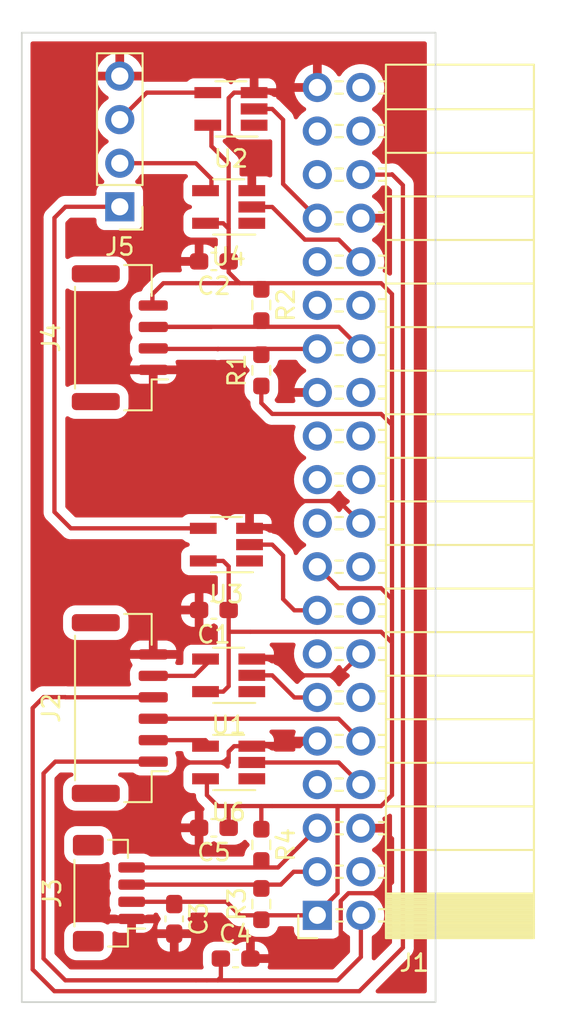
<source format=kicad_pcb>
(kicad_pcb (version 20211014) (generator pcbnew)
  (layers (0 "F.Cu" signal) (31 "B.Cu" signal) (34 "B.Paste" user) (35 "F.Paste" user) (36 "B.SilkS" user "B.Silkscreen") (37 "F.SilkS" user "F.Silkscreen") (38 "B.Mask" user) (39 "F.Mask" user) (44 "Edge.Cuts" user))
  (net 0 "")
  (net 1 "+3V3")
  (net 2 "GND")
  (net 3 "+5V")
  (net 4 "/I2C1_SDA")
  (net 5 "/I2C1_SCL")
  (net 7 "/UART1_TX")
  (net 8 "/UART1_RX")
  (net 9 "/UART1_RTS")
  (net 12 "/GPIO12")
  (net 20 "/I2C0_SDA")
  (net 21 "/I2C0_SCL")
  (net 24 "/GPIO07")
  (net 25 "/GPIO13")
  (net 27 "/UART1_CTS")
  (net 31 "Net-(J2-Pad5)")
  (net 33 "Net-(J5-Pad3)")
  (net 34 "Net-(J5-Pad2)")
  (net 35 "Net-(J5-Pad1)")
  (net 37 "Net-(U6-Pad4)")
  (footprint "Connector_JST:JST_GH_BM04B-GHS-TBT_1x04-1MP_P1.25mm_Vertical" (layer "F.Cu") (at 120.65 88.265 90)
    (fp_text reference "J4" (at 0 -4 90) (layer "F.SilkS"))
    (fp_text value "Conn_01x04")
    (fp_line (start 4.235 1.86) (end 2.435 1.86) (layer "F.SilkS") (width 0.12))
    (fp_line (start -4.235 1.86) (end -2.435 1.86) (layer "F.SilkS") (width 0.12))
    (fp_line (start -2.435 1.86) (end -2.435 2.8) (layer "F.SilkS") (width 0.12))
    (fp_line (start -2.965 -2.61) (end 2.965 -2.61) (layer "F.SilkS") (width 0.12))
    (fp_line (start -4.235 0.26) (end -4.235 1.86) (layer "F.SilkS") (width 0.12))
    (fp_line (start 4.235 0.26) (end 4.235 1.86) (layer "F.SilkS") (width 0.12))
    (pad "1" smd roundrect (at -1.875 1.95 90) (size 0.6 1.7) (layers "F.Cu" "F.Paste" "F.Mask") (net 2 "GND"))
    (pad "2" smd roundrect (at -0.625 1.95 90) (size 0.6 1.7) (layers "F.Cu" "F.Paste" "F.Mask") (net 20 "/I2C0_SDA"))
    (pad "3" smd roundrect (at 0.625 1.95 90) (size 0.6 1.7) (layers "F.Cu" "F.Paste" "F.Mask") (net 21 "/I2C0_SCL"))
    (pad "4" smd roundrect (at 1.875 1.95 90) (size 0.6 1.7) (layers "F.Cu" "F.Paste" "F.Mask") (net 1 "+3V3"))
    (pad "MP" smd roundrect (at 3.725 -1.4 90) (size 1 2.8) (layers "F.Cu" "F.Paste" "F.Mask"))
    (pad "MP" smd roundrect (at -3.725 -1.4 90) (size 1 2.8) (layers "F.Cu" "F.Paste" "F.Mask"))
  )
  (footprint "Connector_PinHeader_2.54mm:PinHeader_1x04_P2.54mm_Vertical" (layer "F.Cu") (at 120.65 80.635 180)
    (fp_text reference "J5" (at 0 -2.33) (layer "F.SilkS"))
    (fp_text value "Conn_01x04_Male")
    (fp_line (start -1.33 1.27) (end -1.33 8.95) (layer "F.SilkS") (width 0.12))
    (fp_line (start -1.33 0) (end -1.33 -1.33) (layer "F.SilkS") (width 0.12))
    (fp_line (start -1.33 8.95) (end 1.33 8.95) (layer "F.SilkS") (width 0.12))
    (fp_line (start 1.33 1.27) (end 1.33 8.95) (layer "F.SilkS") (width 0.12))
    (fp_line (start -1.33 1.27) (end 1.33 1.27) (layer "F.SilkS") (width 0.12))
    (fp_line (start -1.33 -1.33) (end 0 -1.33) (layer "F.SilkS") (width 0.12))
    (pad "1" thru_hole rect (at 0 0 180) (size 1.7 1.7) (drill 1) (layers *.Cu *.Mask) (net 35 "Net-(J5-Pad1)"))
    (pad "2" thru_hole oval (at 0 2.54 180) (size 1.7 1.7) (drill 1) (layers *.Cu *.Mask) (net 34 "Net-(J5-Pad2)"))
    (pad "3" thru_hole oval (at 0 5.08 180) (size 1.7 1.7) (drill 1) (layers *.Cu *.Mask) (net 33 "Net-(J5-Pad3)"))
    (pad "4" thru_hole oval (at 0 7.62 180) (size 1.7 1.7) (drill 1) (layers *.Cu *.Mask) (net 2 "GND"))
  )
  (footprint "Resistor_SMD:R_0603_1608Metric_Pad0.98x0.95mm_HandSolder" (layer "F.Cu") (at 128.905 117.8325 -90)
    (fp_text reference "R4" (at 0 -1.43 90) (layer "F.SilkS"))
    (fp_text value "4.7k")
    (fp_line (start -0.254724 0.5225) (end 0.254724 0.5225) (layer "F.SilkS") (width 0.12))
    (fp_line (start -0.254724 -0.5225) (end 0.254724 -0.5225) (layer "F.SilkS") (width 0.12))
    (pad "1" smd roundrect (at -0.9125 0 270) (size 0.975 0.95) (layers "F.Cu" "F.Paste" "F.Mask") (net 1 "+3V3"))
    (pad "2" smd roundrect (at 0.9125 0 270) (size 0.975 0.95) (layers "F.Cu" "F.Paste" "F.Mask") (net 5 "/I2C1_SCL"))
  )
  (footprint "Capacitor_SMD:C_0603_1608Metric_Pad1.08x0.95mm_HandSolder" (layer "F.Cu") (at 123.825 122.1475 -90)
    (fp_text reference "C3" (at 0 -1.43 90) (layer "F.SilkS"))
    (fp_text value "100n")
    (fp_line (start -0.146267 -0.51) (end 0.146267 -0.51) (layer "F.SilkS") (width 0.12))
    (fp_line (start -0.146267 0.51) (end 0.146267 0.51) (layer "F.SilkS") (width 0.12))
    (pad "1" smd roundrect (at -0.8625 0 270) (size 1.075 0.95) (layers "F.Cu" "F.Paste" "F.Mask") (net 1 "+3V3"))
    (pad "2" smd roundrect (at 0.8625 0 270) (size 1.075 0.95) (layers "F.Cu" "F.Paste" "F.Mask") (net 2 "GND"))
  )
  (footprint "Package_TO_SOT_SMD:SOT-23-5_HandSoldering" (layer "F.Cu") (at 127.1325 74.93 180)
    (fp_text reference "U2" (at 0 -2.9 180) (layer "F.SilkS"))
    (fp_text value "74LVC1G17")
    (fp_line (start 0.9 -1.61) (end -1.55 -1.61) (layer "F.SilkS") (width 0.12))
    (fp_line (start -0.9 1.61) (end 0.9 1.61) (layer "F.SilkS") (width 0.12))
    (pad "1" smd rect (at -1.35 -0.95 180) (size 1.56 0.65) (layers "F.Cu" "F.Paste" "F.Mask"))
    (pad "2" smd rect (at -1.35 0 180) (size 1.56 0.65) (layers "F.Cu" "F.Paste" "F.Mask") (net 25 "/GPIO13"))
    (pad "3" smd rect (at -1.35 0.95 180) (size 1.56 0.65) (layers "F.Cu" "F.Paste" "F.Mask") (net 2 "GND"))
    (pad "4" smd rect (at 1.35 0.95 180) (size 1.56 0.65) (layers "F.Cu" "F.Paste" "F.Mask") (net 33 "Net-(J5-Pad3)"))
    (pad "5" smd rect (at 1.35 -0.95 180) (size 1.56 0.65) (layers "F.Cu" "F.Paste" "F.Mask") (net 1 "+3V3"))
  )
  (footprint "Connector_PinSocket_2.54mm:PinSocket_2x20_P2.54mm_Horizontal" (layer "F.Cu") (at 132.17 121.94 180)
    (fp_text reference "J1" (at -5.65 -2.77 180) (layer "F.SilkS"))
    (fp_text value "Conn_02x20_Odd_Even")
    (fp_line (start -4 15.6) (end -3.59 15.6) (layer "F.SilkS") (width 0.12))
    (fp_line (start -12.63 1.27) (end -4 1.27) (layer "F.SilkS") (width 0.12))
    (fp_line (start -1.49 45.36) (end -1.05 45.36) (layer "F.SilkS") (width 0.12))
    (fp_line (start -4 18.14) (end -3.59 18.14) (layer "F.SilkS") (width 0.12))
    (fp_line (start -4 23.22) (end -3.59 23.22) (layer "F.SilkS") (width 0.12))
    (fp_line (start -12.63 -0.73762) (end -4 -0.73762) (layer "F.SilkS") (width 0.12))
    (fp_line (start -12.63 24.13) (end -4 24.13) (layer "F.SilkS") (width 0.12))
    (fp_line (start -12.63 36.83) (end -4 36.83) (layer "F.SilkS") (width 0.12))
    (fp_line (start -4 5.44) (end -3.59 5.44) (layer "F.SilkS") (width 0.12))
    (fp_line (start -4 48.62) (end -3.59 48.62) (layer "F.SilkS") (width 0.12))
    (fp_line (start -1.49 25.76) (end -1.05 25.76) (layer "F.SilkS") (width 0.12))
    (fp_line (start -12.63 -0.619525) (end -4 -0.619525) (layer "F.SilkS") (width 0.12))
    (fp_line (start -1.49 22.5) (end -1.05 22.5) (layer "F.SilkS") (width 0.12))
    (fp_line (start -1.49 38.46) (end -1.05 38.46) (layer "F.SilkS") (width 0.12))
    (fp_line (start -4 9.8) (end -3.59 9.8) (layer "F.SilkS") (width 0.12))
    (fp_line (start -4 14.88) (end -3.59 14.88) (layer "F.SilkS") (width 0.12))
    (fp_line (start -4 22.5) (end -3.59 22.5) (layer "F.SilkS") (width 0.12))
    (fp_line (start -12.63 3.81) (end -4 3.81) (layer "F.SilkS") (width 0.12))
    (fp_line (start -1.49 2.9) (end -1.05 2.9) (layer "F.SilkS") (width 0.12))
    (fp_line (start -4 43.54) (end -3.59 43.54) (layer "F.SilkS") (width 0.12))
    (fp_line (start -12.63 0.44333) (end -4 0.44333) (layer "F.SilkS") (width 0.12))
    (fp_line (start -1.49 30.84) (end -1.05 30.84) (layer "F.SilkS") (width 0.12))
    (fp_line (start -12.63 -1.33) (end -4 -1.33) (layer "F.SilkS") (width 0.12))
    (fp_line (start -1.49 4.72) (end -1.05 4.72) (layer "F.SilkS") (width 0.12))
    (fp_line (start -4 2.18) (end -3.59 2.18) (layer "F.SilkS") (width 0.12))
    (fp_line (start -1.49 9.8) (end -1.05 9.8) (layer "F.SilkS") (width 0.12))
    (fp_line (start -1.49 30.12) (end -1.05 30.12) (layer "F.SilkS") (width 0.12))
    (fp_line (start -1.49 7.26) (end -1.05 7.26) (layer "F.SilkS") (width 0.12))
    (fp_line (start -12.63 -0.383335) (end -4 -0.383335) (layer "F.SilkS") (width 0.12))
    (fp_line (start -12.63 26.67) (end -4 26.67) (layer "F.SilkS") (width 0.12))
    (fp_line (start -1.49 -0.36) (end -1.11 -0.36) (layer "F.SilkS") (width 0.12))
    (fp_line (start -1.49 10.52) (end -1.05 10.52) (layer "F.SilkS") (width 0.12))
    (fp_line (start -4 41) (end -3.59 41) (layer "F.SilkS") (width 0.12))
    (fp_line (start -1.49 47.9) (end -1.05 47.9) (layer "F.SilkS") (width 0.12))
    (fp_line (start -12.63 0.089045) (end -4 0.089045) (layer "F.SilkS") (width 0.12))
    (fp_line (start -12.63 8.89) (end -4 8.89) (layer "F.SilkS") (width 0.12))
    (fp_line (start -4 13.06) (end -3.59 13.06) (layer "F.SilkS") (width 0.12))
    (fp_line (start -1.49 17.42) (end -1.05 17.42) (layer "F.SilkS") (width 0.12))
    (fp_line (start -1.49 12.34) (end -1.05 12.34) (layer "F.SilkS") (width 0.12))
    (fp_line (start -4 30.12) (end -3.59 30.12) (layer "F.SilkS") (width 0.12))
    (fp_line (start -12.63 -0.26524) (end -4 -0.26524) (layer "F.SilkS") (width 0.12))
    (fp_line (start -12.63 -0.02905) (end -4 -0.02905) (layer "F.SilkS") (width 0.12))
    (fp_line (start -1.49 35.2) (end -1.05 35.2) (layer "F.SilkS") (width 0.12))
    (fp_line (start -1.49 20.68) (end -1.05 20.68) (layer "F.SilkS") (width 0.12))
    (fp_line (start -1.49 28.3) (end -1.05 28.3) (layer "F.SilkS") (width 0.12))
    (fp_line (start -12.63 41.91) (end -4 41.91) (layer "F.SilkS") (width 0.12))
    (fp_line (start -1.49 7.98) (end -1.05 7.98) (layer "F.SilkS") (width 0.12))
    (fp_line (start -4 33.38) (end -3.59 33.38) (layer "F.SilkS") (width 0.12))
    (fp_line (start -1.49 13.06) (end -1.05 13.06) (layer "F.SilkS") (width 0.12))
    (fp_line (start -4 45.36) (end -3.59 45.36) (layer "F.SilkS") (width 0.12))
    (fp_line (start -12.63 46.99) (end -4 46.99) (layer "F.SilkS") (width 0.12))
    (fp_line (start -4 17.42) (end -3.59 17.42) (layer "F.SilkS") (width 0.12))
    (fp_line (start -4 10.52) (end -3.59 10.52) (layer "F.SilkS") (width 0.12))
    (fp_line (start -12.63 13.97) (end -4 13.97) (layer "F.SilkS") (width 0.12))
    (fp_line (start -4 35.2) (end -3.59 35.2) (layer "F.SilkS") (width 0.12))
    (fp_line (start -1.49 14.88) (end -1.05 14.88) (layer "F.SilkS") (width 0.12))
    (fp_line (start -12.63 16.51) (end -4 16.51) (layer "F.SilkS") (width 0.12))
    (fp_line (start -1.49 32.66) (end -1.05 32.66) (layer "F.SilkS") (width 0.12))
    (fp_line (start -12.63 -0.97381) (end -4 -0.97381) (layer "F.SilkS") (width 0.12))
    (fp_line (start -4 19.96) (end -3.59 19.96) (layer "F.SilkS") (width 0.12))
    (fp_line (start -4 38.46) (end -3.59 38.46) (layer "F.SilkS") (width 0.12))
    (fp_line (start -1.49 42.82) (end -1.05 42.82) (layer "F.SilkS") (width 0.12))
    (fp_line (start -12.63 0.561425) (end -4 0.561425) (layer "F.SilkS") (width 0.12))
    (fp_line (start -1.49 37.74) (end -1.05 37.74) (layer "F.SilkS") (width 0.12))
    (fp_line (start 1.11 -1.33) (end 1.11 0) (layer "F.SilkS") (width 0.12))
    (fp_line (start -4 27.58) (end -3.59 27.58) (layer "F.SilkS") (width 0.12))
    (fp_line (start -12.63 0.67952) (end -4 0.67952) (layer "F.SilkS") (width 0.12))
    (fp_line (start -12.63 0.797615) (end -4 0.797615) (layer "F.SilkS") (width 0.12))
    (fp_line (start -4 28.3) (end -3.59 28.3) (layer "F.SilkS") (width 0.12))
    (fp_line (start -4 2.9) (end -3.59 2.9) (layer "F.SilkS") (width 0.12))
    (fp_line (start -4 25.04) (end -3.59 25.04) (layer "F.SilkS") (width 0.12))
    (fp_line (start -12.63 11.43) (end -4 11.43) (layer "F.SilkS") (width 0.12))
    (fp_line (start -12.63 49.59) (end -4 49.59) (layer "F.SilkS") (width 0.12))
    (fp_line (start -4 0.36) (end -3.59 0.36) (layer "F.SilkS") (width 0.12))
    (fp_line (start -1.49 40.28) (end -1.05 40.28) (layer "F.SilkS") (width 0.12))
    (fp_line (start -4 30.84) (end -3.59 30.84) (layer "F.SilkS") (width 0.12))
    (fp_line (start -4 4.72) (end -3.59 4.72) (layer "F.SilkS") (width 0.12))
    (fp_line (start -4 40.28) (end -3.59 40.28) (layer "F.SilkS") (width 0.12))
    (fp_line (start -12.63 1.033805) (end -4 1.033805) (layer "F.SilkS") (width 0.12))
    (fp_line (start -1.49 0.36) (end -1.11 0.36) (layer "F.SilkS") (width 0.12))
    (fp_line (start -4 46.08) (end -3.59 46.08) (layer "F.SilkS") (width 0.12))
    (fp_line (start -4 37.74) (end -3.59 37.74) (layer "F.SilkS") (width 0.12))
    (fp_line (start -4 -1.33) (end -4 49.59) (layer "F.SilkS") (width 0.12))
    (fp_line (start -12.63 0.91571) (end -4 0.91571) (layer "F.SilkS") (width 0.12))
    (fp_line (start -12.63 19.05) (end -4 19.05) (layer "F.SilkS") (width 0.12))
    (fp_line (start -1.49 43.54) (end -1.05 43.54) (layer "F.SilkS") (width 0.12))
    (fp_line (start -12.63 0.20714) (end -4 0.20714) (layer "F.SilkS") (width 0.12))
    (fp_line (start -4 47.9) (end -3.59 47.9) (layer "F.SilkS") (width 0.12))
    (fp_line (start -4 7.98) (end -3.59 7.98) (layer "F.SilkS") (width 0.12))
    (fp_line (start -12.63 -1.21) (end -4 -1.21) (layer "F.SilkS") (width 0.12))
    (fp_line (start -4 42.82) (end -3.59 42.82) (layer "F.SilkS") (width 0.12))
    (fp_line (start -1.49 25.04) (end -1.05 25.04) (layer "F.SilkS") (width 0.12))
    (fp_line (start -1.49 48.62) (end -1.05 48.62) (layer "F.SilkS") (width 0.12))
    (fp_line (start -4 12.34) (end -3.59 12.34) (layer "F.SilkS") (width 0.12))
    (fp_line (start -1.49 41) (end -1.05 41) (layer "F.SilkS") (width 0.12))
    (fp_line (start -1.49 35.92) (end -1.05 35.92) (layer "F.SilkS") (width 0.12))
    (fp_line (start -12.63 44.45) (end -4 44.45) (layer "F.SilkS") (width 0.12))
    (fp_line (start -12.63 0.325235) (end -4 0.325235) (layer "F.SilkS") (width 0.12))
    (fp_line (start -12.63 -1.33) (end -12.63 49.59) (layer "F.SilkS") (width 0.12))
    (fp_line (start -1.49 18.14) (end -1.05 18.14) (layer "F.SilkS") (width 0.12))
    (fp_line (start -1.49 46.08) (end -1.05 46.08) (layer "F.SilkS") (width 0.12))
    (fp_line (start -12.63 31.75) (end -4 31.75) (layer "F.SilkS") (width 0.12))
    (fp_line (start -1.49 5.44) (end -1.05 5.44) (layer "F.SilkS") (width 0.12))
    (fp_line (start -4 7.26) (end -3.59 7.26) (layer "F.SilkS") (width 0.12))
    (fp_line (start -4 20.68) (end -3.59 20.68) (layer "F.SilkS") (width 0.12))
    (fp_line (start -1.49 15.6) (end -1.05 15.6) (layer "F.SilkS") (width 0.12))
    (fp_line (start -12.63 21.59) (end -4 21.59) (layer "F.SilkS") (width 0.12))
    (fp_line (start -12.63 34.29) (end -4 34.29) (layer "F.SilkS") (width 0.12))
    (fp_line (start -12.63 -0.855715) (end -4 -0.855715) (layer "F.SilkS") (width 0.12))
    (fp_line (start -12.63 39.37) (end -4 39.37) (layer "F.SilkS") (width 0.12))
    (fp_line (start -1.49 19.96) (end -1.05 19.96) (layer "F.SilkS") (width 0.12))
    (fp_line (start -4 32.66) (end -3.59 32.66) (layer "F.SilkS") (width 0.12))
    (fp_line (start -12.63 29.21) (end -4 29.21) (layer "F.SilkS") (width 0.12))
    (fp_line (start -12.63 -0.147145) (end -4 -0.147145) (layer "F.SilkS") (width 0.12))
    (fp_line (start -12.63 1.1519) (end -4 1.1519) (layer "F.SilkS") (width 0.12))
    (fp_line (start -1.49 23.22) (end -1.05 23.22) (layer "F.SilkS") (width 0.12))
    (fp_line (start -1.49 2.18) (end -1.05 2.18) (layer "F.SilkS") (width 0.12))
    (fp_line (start -12.63 -0.50143) (end -4 -0.50143) (layer "F.SilkS") (width 0.12))
    (fp_line (start -4 35.92) (end -3.59 35.92) (layer "F.SilkS") (width 0.12))
    (fp_line (start -4 -0.36) (end -3.59 -0.36) (layer "F.SilkS") (width 0.12))
    (fp_line (start -12.63 -1.091905) (end -4 -1.091905) (layer "F.SilkS") (width 0.12))
    (fp_line (start -4 25.76) (end -3.59 25.76) (layer "F.SilkS") (width 0.12))
    (fp_line (start -1.49 27.58) (end -1.05 27.58) (layer "F.SilkS") (width 0.12))
    (fp_line (start -12.63 6.35) (end -4 6.35) (layer "F.SilkS") (width 0.12))
    (fp_line (start -1.49 33.38) (end -1.05 33.38) (layer "F.SilkS") (width 0.12))
    (fp_line (start 0 -1.33) (end 1.11 -1.33) (layer "F.SilkS") (width 0.12))
    (pad "1" thru_hole rect (at 0 0 180) (size 1.7 1.7) (drill 1) (layers *.Cu *.Mask) (net 1 "+3V3"))
    (pad "2" thru_hole oval (at -2.54 0 180) (size 1.7 1.7) (drill 1) (layers *.Cu *.Mask) (net 3 "+5V"))
    (pad "3" thru_hole oval (at 0 2.54 180) (size 1.7 1.7) (drill 1) (layers *.Cu *.Mask) (net 4 "/I2C1_SDA"))
    (pad "4" thru_hole oval (at -2.54 2.54 180) (size 1.7 1.7) (drill 1) (layers *.Cu *.Mask))
    (pad "5" thru_hole oval (at 0 5.08 180) (size 1.7 1.7) (drill 1) (layers *.Cu *.Mask) (net 5 "/I2C1_SCL"))
    (pad "6" thru_hole oval (at -2.54 5.08 180) (size 1.7 1.7) (drill 1) (layers *.Cu *.Mask) (net 2 "GND"))
    (pad "7" thru_hole oval (at 0 7.62 180) (size 1.7 1.7) (drill 1) (layers *.Cu *.Mask))
    (pad "8" thru_hole oval (at -2.54 7.62 180) (size 1.7 1.7) (drill 1) (layers *.Cu *.Mask) (net 7 "/UART1_TX"))
    (pad "9" thru_hole oval (at 0 10.16 180) (size 1.7 1.7) (drill 1) (layers *.Cu *.Mask) (net 2 "GND"))
    (pad "10" thru_hole oval (at -2.54 10.16 180) (size 1.7 1.7) (drill 1) (layers *.Cu *.Mask) (net 8 "/UART1_RX"))
    (pad "11" thru_hole oval (at 0 12.7 180) (size 1.7 1.7) (drill 1) (layers *.Cu *.Mask) (net 9 "/UART1_RTS"))
    (pad "12" thru_hole oval (at -2.54 12.7 180) (size 1.7 1.7) (drill 1) (layers *.Cu *.Mask))
    (pad "13" thru_hole oval (at 0 15.24 180) (size 1.7 1.7) (drill 1) (layers *.Cu *.Mask))
    (pad "14" thru_hole oval (at -2.54 15.24 180) (size 1.7 1.7) (drill 1) (layers *.Cu *.Mask) (net 2 "GND"))
    (pad "15" thru_hole oval (at 0 17.78 180) (size 1.7 1.7) (drill 1) (layers *.Cu *.Mask) (net 12 "/GPIO12"))
    (pad "16" thru_hole oval (at -2.54 17.78 180) (size 1.7 1.7) (drill 1) (layers *.Cu *.Mask))
    (pad "17" thru_hole oval (at 0 20.32 180) (size 1.7 1.7) (drill 1) (layers *.Cu *.Mask) (net 1 "+3V3"))
    (pad "18" thru_hole oval (at -2.54 20.32 180) (size 1.7 1.7) (drill 1) (layers *.Cu *.Mask))
    (pad "19" thru_hole oval (at 0 22.86 180) (size 1.7 1.7) (drill 1) (layers *.Cu *.Mask))
    (pad "20" thru_hole oval (at -2.54 22.86 180) (size 1.7 1.7) (drill 1) (layers *.Cu *.Mask) (net 2 "GND"))
    (pad "21" thru_hole oval (at 0 25.4 180) (size 1.7 1.7) (drill 1) (layers *.Cu *.Mask))
    (pad "22" thru_hole oval (at -2.54 25.4 180) (size 1.7 1.7) (drill 1) (layers *.Cu *.Mask))
    (pad "23" thru_hole oval (at 0 27.94 180) (size 1.7 1.7) (drill 1) (layers *.Cu *.Mask))
    (pad "24" thru_hole oval (at -2.54 27.94 180) (size 1.7 1.7) (drill 1) (layers *.Cu *.Mask))
    (pad "25" thru_hole oval (at 0 30.48 180) (size 1.7 1.7) (drill 1) (layers *.Cu *.Mask) (net 2 "GND"))
    (pad "26" thru_hole oval (at -2.54 30.48 180) (size 1.7 1.7) (drill 1) (layers *.Cu *.Mask))
    (pad "27" thru_hole oval (at 0 33.02 180) (size 1.7 1.7) (drill 1) (layers *.Cu *.Mask) (net 20 "/I2C0_SDA"))
    (pad "28" thru_hole oval (at -2.54 33.02 180) (size 1.7 1.7) (drill 1) (layers *.Cu *.Mask) (net 21 "/I2C0_SCL"))
    (pad "29" thru_hole oval (at 0 35.56 180) (size 1.7 1.7) (drill 1) (layers *.Cu *.Mask))
    (pad "30" thru_hole oval (at -2.54 35.56 180) (size 1.7 1.7) (drill 1) (layers *.Cu *.Mask) (net 2 "GND"))
    (pad "31" thru_hole oval (at 0 38.1 180) (size 1.7 1.7) (drill 1) (layers *.Cu *.Mask))
    (pad "32" thru_hole oval (at -2.54 38.1 180) (size 1.7 1.7) (drill 1) (layers *.Cu *.Mask) (net 24 "/GPIO07"))
    (pad "33" thru_hole oval (at 0 40.64 180) (size 1.7 1.7) (drill 1) (layers *.Cu *.Mask) (net 25 "/GPIO13"))
    (pad "34" thru_hole oval (at -2.54 40.64 180) (size 1.7 1.7) (drill 1) (layers *.Cu *.Mask) (net 2 "GND"))
    (pad "35" thru_hole oval (at 0 43.18 180) (size 1.7 1.7) (drill 1) (layers *.Cu *.Mask))
    (pad "36" thru_hole oval (at -2.54 43.18 180) (size 1.7 1.7) (drill 1) (layers *.Cu *.Mask) (net 27 "/UART1_CTS"))
    (pad "37" thru_hole oval (at 0 45.72 180) (size 1.7 1.7) (drill 1) (layers *.Cu *.Mask))
    (pad "38" thru_hole oval (at -2.54 45.72 180) (size 1.7 1.7) (drill 1) (layers *.Cu *.Mask))
    (pad "39" thru_hole oval (at 0 48.26 180) (size 1.7 1.7) (drill 1) (layers *.Cu *.Mask) (net 2 "GND"))
    (pad "40" thru_hole oval (at -2.54 48.26 180) (size 1.7 1.7) (drill 1) (layers *.Cu *.Mask))
  )
  (footprint "Package_TO_SOT_SMD:SOT-23-5_HandSoldering" (layer "F.Cu") (at 127 107.95 180)
    (fp_text reference "U1" (at 0 -2.9 180) (layer "F.SilkS"))
    (fp_text value "74LVC1G17")
    (fp_line (start 0.9 -1.61) (end -1.55 -1.61) (layer "F.SilkS") (width 0.12))
    (fp_line (start -0.9 1.61) (end 0.9 1.61) (layer "F.SilkS") (width 0.12))
    (pad "1" smd rect (at -1.35 -0.95 180) (size 1.56 0.65) (layers "F.Cu" "F.Paste" "F.Mask"))
    (pad "2" smd rect (at -1.35 0 180) (size 1.56 0.65) (layers "F.Cu" "F.Paste" "F.Mask") (net 9 "/UART1_RTS"))
    (pad "3" smd rect (at -1.35 0.95 180) (size 1.56 0.65) (layers "F.Cu" "F.Paste" "F.Mask") (net 2 "GND"))
    (pad "4" smd rect (at 1.35 0.95 180) (size 1.56 0.65) (layers "F.Cu" "F.Paste" "F.Mask") (net 31 "Net-(J2-Pad5)"))
    (pad "5" smd rect (at 1.35 -0.95 180) (size 1.56 0.65) (layers "F.Cu" "F.Paste" "F.Mask") (net 1 "+3V3"))
  )
  (footprint "Capacitor_SMD:C_0603_1608Metric_Pad1.08x0.95mm_HandSolder" (layer "F.Cu") (at 126.1375 104.14 180)
    (fp_text reference "C1" (at 0 -1.43) (layer "F.SilkS"))
    (fp_text value "100n")
    (fp_line (start -0.146267 -0.51) (end 0.146267 -0.51) (layer "F.SilkS") (width 0.12))
    (fp_line (start -0.146267 0.51) (end 0.146267 0.51) (layer "F.SilkS") (width 0.12))
    (pad "1" smd roundrect (at -0.8625 0 180) (size 1.075 0.95) (layers "F.Cu" "F.Paste" "F.Mask") (net 1 "+3V3"))
    (pad "2" smd roundrect (at 0.8625 0 180) (size 1.075 0.95) (layers "F.Cu" "F.Paste" "F.Mask") (net 2 "GND"))
  )
  (footprint "Resistor_SMD:R_0603_1608Metric_Pad0.98x0.95mm_HandSolder" (layer "F.Cu") (at 128.905 121.285 90)
    (fp_text reference "R3" (at 0 -1.43 90) (layer "F.SilkS"))
    (fp_text value "4.7k")
    (fp_line (start -0.254724 -0.5225) (end 0.254724 -0.5225) (layer "F.SilkS") (width 0.12))
    (fp_line (start -0.254724 0.5225) (end 0.254724 0.5225) (layer "F.SilkS") (width 0.12))
    (pad "1" smd roundrect (at -0.9125 0 90) (size 0.975 0.95) (layers "F.Cu" "F.Paste" "F.Mask") (net 1 "+3V3"))
    (pad "2" smd roundrect (at 0.9125 0 90) (size 0.975 0.95) (layers "F.Cu" "F.Paste" "F.Mask") (net 4 "/I2C1_SDA"))
  )
  (footprint "Package_TO_SOT_SMD:SOT-23-5_HandSoldering" (layer "F.Cu") (at 127 113.03 180)
    (fp_text reference "U6" (at 0 -2.9 180) (layer "F.SilkS"))
    (fp_text value "74LVC1G17")
    (fp_line (start 0.9 -1.61) (end -1.55 -1.61) (layer "F.SilkS") (width 0.12))
    (fp_line (start -0.9 1.61) (end 0.9 1.61) (layer "F.SilkS") (width 0.12))
    (pad "1" smd rect (at -1.35 -0.95 180) (size 1.56 0.65) (layers "F.Cu" "F.Paste" "F.Mask"))
    (pad "2" smd rect (at -1.35 0 180) (size 1.56 0.65) (layers "F.Cu" "F.Paste" "F.Mask") (net 7 "/UART1_TX"))
    (pad "3" smd rect (at -1.35 0.95 180) (size 1.56 0.65) (layers "F.Cu" "F.Paste" "F.Mask") (net 2 "GND"))
    (pad "4" smd rect (at 1.35 0.95 180) (size 1.56 0.65) (layers "F.Cu" "F.Paste" "F.Mask") (net 37 "Net-(U6-Pad4)"))
    (pad "5" smd rect (at 1.35 -0.95 180) (size 1.56 0.65) (layers "F.Cu" "F.Paste" "F.Mask") (net 1 "+3V3"))
  )
  (footprint "Package_TO_SOT_SMD:SOT-23-5_HandSoldering" (layer "F.Cu") (at 127 80.645 180)
    (fp_text reference "U4" (at 0 -2.9 180) (layer "F.SilkS"))
    (fp_text value "74LVC1G17")
    (fp_line (start -0.9 1.61) (end 0.9 1.61) (layer "F.SilkS") (width 0.12))
    (fp_line (start 0.9 -1.61) (end -1.55 -1.61) (layer "F.SilkS") (width 0.12))
    (pad "1" smd rect (at -1.35 -0.95 180) (size 1.56 0.65) (layers "F.Cu" "F.Paste" "F.Mask"))
    (pad "2" smd rect (at -1.35 0 180) (size 1.56 0.65) (layers "F.Cu" "F.Paste" "F.Mask") (net 24 "/GPIO07"))
    (pad "3" smd rect (at -1.35 0.95 180) (size 1.56 0.65) (layers "F.Cu" "F.Paste" "F.Mask") (net 2 "GND"))
    (pad "4" smd rect (at 1.35 0.95 180) (size 1.56 0.65) (layers "F.Cu" "F.Paste" "F.Mask") (net 34 "Net-(J5-Pad2)"))
    (pad "5" smd rect (at 1.35 -0.95 180) (size 1.56 0.65) (layers "F.Cu" "F.Paste" "F.Mask") (net 1 "+3V3"))
  )
  (footprint "Capacitor_SMD:C_0603_1608Metric_Pad1.08x0.95mm_HandSolder" (layer "F.Cu") (at 127.4075 124.46)
    (fp_text reference "C4" (at 0 -1.43) (layer "F.SilkS"))
    (fp_text value "100n")
    (fp_line (start -0.146267 0.51) (end 0.146267 0.51) (layer "F.SilkS") (width 0.12))
    (fp_line (start -0.146267 -0.51) (end 0.146267 -0.51) (layer "F.SilkS") (width 0.12))
    (pad "1" smd roundrect (at -0.8625 0) (size 1.075 0.95) (layers "F.Cu" "F.Paste" "F.Mask") (net 3 "+5V"))
    (pad "2" smd roundrect (at 0.8625 0) (size 1.075 0.95) (layers "F.Cu" "F.Paste" "F.Mask") (net 2 "GND"))
  )
  (footprint "Connector_JST:JST_SH_BM04B-SRSS-TB_1x04-1MP_P1.00mm_Vertical" (layer "F.Cu") (at 120.015 120.65 90)
    (fp_text reference "J3" (at 0 -3.3 90) (layer "F.SilkS"))
    (fp_text value "Conn_01x04")
    (fp_line (start -3.11 -0.04) (end -3.11 1.11) (layer "F.SilkS") (width 0.12))
    (fp_line (start 3.11 1.11) (end 2.06 1.11) (layer "F.SilkS") (width 0.12))
    (fp_line (start 3.11 -0.04) (end 3.11 1.11) (layer "F.SilkS") (width 0.12))
    (fp_line (start -2.06 1.11) (end -2.06 2.1) (layer "F.SilkS") (width 0.12))
    (fp_line (start -1.94 -2.01) (end 1.94 -2.01) (layer "F.SilkS") (width 0.12))
    (fp_line (start -3.11 1.11) (end -2.06 1.11) (layer "F.SilkS") (width 0.12))
    (pad "1" smd roundrect (at -1.5 1.325 90) (size 0.6 1.55) (layers "F.Cu" "F.Paste" "F.Mask") (net 2 "GND"))
    (pad "2" smd roundrect (at -0.5 1.325 90) (size 0.6 1.55) (layers "F.Cu" "F.Paste" "F.Mask") (net 1 "+3V3"))
    (pad "3" smd roundrect (at 0.5 1.325 90) (size 0.6 1.55) (layers "F.Cu" "F.Paste" "F.Mask") (net 4 "/I2C1_SDA"))
    (pad "4" smd roundrect (at 1.5 1.325 90) (size 0.6 1.55) (layers "F.Cu" "F.Paste" "F.Mask") (net 5 "/I2C1_SCL"))
    (pad "MP" smd roundrect (at 2.8 -1.2 90) (size 1.2 1.8) (layers "F.Cu" "F.Paste" "F.Mask") (roundrect_rratio 0.208333))
    (pad "MP" smd roundrect (at -2.8 -1.2 90) (size 1.2 1.8) (layers "F.Cu" "F.Paste" "F.Mask") (roundrect_rratio 0.208333))
  )
  (footprint "Connector_JST:JST_GH_BM06B-GHS-TBT_1x06-1MP_P1.25mm_Vertical" (layer "F.Cu") (at 120.65 109.855 90)
    (fp_text reference "J2" (at 0 -4 90) (layer "F.SilkS"))
    (fp_text value "Conn_01x06")
    (fp_line (start -5.485 0.26) (end -5.485 1.86) (layer "F.SilkS") (width 0.12))
    (fp_line (start -3.685 1.86) (end -3.685 2.8) (layer "F.SilkS") (width 0.12))
    (fp_line (start -5.485 1.86) (end -3.685 1.86) (layer "F.SilkS") (width 0.12))
    (fp_line (start 5.485 1.86) (end 3.685 1.86) (layer "F.SilkS") (width 0.12))
    (fp_line (start -4.215 -2.61) (end 4.215 -2.61) (layer "F.SilkS") (width 0.12))
    (fp_line (start 5.485 0.26) (end 5.485 1.86) (layer "F.SilkS") (width 0.12))
    (pad "1" smd roundrect (at -3.125 1.95 90) (size 0.6 1.7) (layers "F.Cu" "F.Paste" "F.Mask") (net 3 "+5V"))
    (pad "2" smd roundrect (at -1.875 1.95 90) (size 0.6 1.7) (layers "F.Cu" "F.Paste" "F.Mask") (net 37 "Net-(U6-Pad4)"))
    (pad "3" smd roundrect (at -0.625 1.95 90) (size 0.6 1.7) (layers "F.Cu" "F.Paste" "F.Mask") (net 8 "/UART1_RX"))
    (pad "4" smd roundrect (at 0.625 1.95 90) (size 0.6 1.7) (layers "F.Cu" "F.Paste" "F.Mask") (net 27 "/UART1_CTS"))
    (pad "5" smd roundrect (at 1.875 1.95 90) (size 0.6 1.7) (layers "F.Cu" "F.Paste" "F.Mask") (net 31 "Net-(J2-Pad5)"))
    (pad "6" smd roundrect (at 3.125 1.95 90) (size 0.6 1.7) (layers "F.Cu" "F.Paste" "F.Mask") (net 2 "GND"))
    (pad "MP" smd roundrect (at -4.975 -1.4 90) (size 1 2.8) (layers "F.Cu" "F.Paste" "F.Mask"))
    (pad "MP" smd roundrect (at 4.975 -1.4 90) (size 1 2.8) (layers "F.Cu" "F.Paste" "F.Mask"))
  )
  (footprint "Resistor_SMD:R_0603_1608Metric_Pad0.98x0.95mm_HandSolder" (layer "F.Cu") (at 128.905 90.17 90)
    (fp_text reference "R1" (at 0 -1.43 90) (layer "F.SilkS"))
    (fp_text value "4.7k")
    (fp_line (start -0.254724 0.5225) (end 0.254724 0.5225) (layer "F.SilkS") (width 0.12))
    (fp_line (start -0.254724 -0.5225) (end 0.254724 -0.5225) (layer "F.SilkS") (width 0.12))
    (pad "1" smd roundrect (at -0.9125 0 90) (size 0.975 0.95) (layers "F.Cu" "F.Paste" "F.Mask") (net 1 "+3V3"))
    (pad "2" smd roundrect (at 0.9125 0 90) (size 0.975 0.95) (layers "F.Cu" "F.Paste" "F.Mask") (net 20 "/I2C0_SDA"))
  )
  (footprint "Capacitor_SMD:C_0603_1608Metric_Pad1.08x0.95mm_HandSolder" (layer "F.Cu") (at 126.1375 116.84 180)
    (fp_text reference "C5" (at 0 -1.43) (layer "F.SilkS"))
    (fp_text value "100n")
    (fp_line (start -0.146267 0.51) (end 0.146267 0.51) (layer "F.SilkS") (width 0.12))
    (fp_line (start -0.146267 -0.51) (end 0.146267 -0.51) (layer "F.SilkS") (width 0.12))
    (pad "1" smd roundrect (at -0.8625 0 180) (size 1.075 0.95) (layers "F.Cu" "F.Paste" "F.Mask") (net 1 "+3V3"))
    (pad "2" smd roundrect (at 0.8625 0 180) (size 1.075 0.95) (layers "F.Cu" "F.Paste" "F.Mask") (net 2 "GND"))
  )
  (footprint "Package_TO_SOT_SMD:SOT-23-5_HandSoldering" (layer "F.Cu") (at 126.8675 100.33 180)
    (fp_text reference "U3" (at 0 -2.9 180) (layer "F.SilkS"))
    (fp_text value "74LVC1G17")
    (fp_line (start 0.9 -1.61) (end -1.55 -1.61) (layer "F.SilkS") (width 0.12))
    (fp_line (start -0.9 1.61) (end 0.9 1.61) (layer "F.SilkS") (width 0.12))
    (pad "1" smd rect (at -1.35 -0.95 180) (size 1.56 0.65) (layers "F.Cu" "F.Paste" "F.Mask"))
    (pad "2" smd rect (at -1.35 0 180) (size 1.56 0.65) (layers "F.Cu" "F.Paste" "F.Mask") (net 12 "/GPIO12"))
    (pad "3" smd rect (at -1.35 0.95 180) (size 1.56 0.65) (layers "F.Cu" "F.Paste" "F.Mask") (net 2 "GND"))
    (pad "4" smd rect (at 1.35 0.95 180) (size 1.56 0.65) (layers "F.Cu" "F.Paste" "F.Mask") (net 35 "Net-(J5-Pad1)"))
    (pad "5" smd rect (at 1.35 -0.95 180) (size 1.56 0.65) (layers "F.Cu" "F.Paste" "F.Mask") (net 1 "+3V3"))
  )
  (footprint "Capacitor_SMD:C_0603_1608Metric_Pad1.08x0.95mm_HandSolder" (layer "F.Cu") (at 126.1375 83.82 180)
    (fp_text reference "C2" (at 0 -1.43) (layer "F.SilkS"))
    (fp_text value "100n")
    (fp_line (start -0.146267 -0.51) (end 0.146267 -0.51) (layer "F.SilkS") (width 0.12))
    (fp_line (start -0.146267 0.51) (end 0.146267 0.51) (layer "F.SilkS") (width 0.12))
    (pad "1" smd roundrect (at -0.8625 0 180) (size 1.075 0.95) (layers "F.Cu" "F.Paste" "F.Mask") (net 1 "+3V3"))
    (pad "2" smd roundrect (at 0.8625 0 180) (size 1.075 0.95) (layers "F.Cu" "F.Paste" "F.Mask") (net 2 "GND"))
  )
  (footprint "Resistor_SMD:R_0603_1608Metric_Pad0.98x0.95mm_HandSolder" (layer "F.Cu") (at 128.905 86.36 -90)
    (fp_text reference "R2" (at 0 -1.43 90) (layer "F.SilkS"))
    (fp_text value "4.7k")
    (fp_line (start -0.254724 0.5225) (end 0.254724 0.5225) (layer "F.SilkS") (width 0.12))
    (fp_line (start -0.254724 -0.5225) (end 0.254724 -0.5225) (layer "F.SilkS") (width 0.12))
    (pad "1" smd roundrect (at -0.9125 0 270) (size 0.975 0.95) (layers "F.Cu" "F.Paste" "F.Mask") (net 1 "+3V3"))
    (pad "2" smd roundrect (at 0.9125 0 270) (size 0.975 0.95) (layers "F.Cu" "F.Paste" "F.Mask") (net 21 "/I2C0_SCL"))
  )
  (gr_rect (start 139.065 127) (end 114.935 70.485) (layer "Edge.Cuts") (width 0.1) (fill none))
  (segment (start 128.27 85.09) (end 127.635 85.09) (width 0.25) (layer "F.Cu") (net 1))
  (segment (start 132.17 121.94) (end 127.655 121.94) (width 0.25) (layer "F.Cu") (net 1))
  (segment (start 127 108.585) (end 127 105.41) (width 0.25) (layer "F.Cu") (net 1))
  (segment (start 122.555 86.345) (end 122.6 86.39) (width 0.25) (layer "F.Cu") (net 1))
  (segment (start 135.89 92.71) (end 129.54 92.71) (width 0.25) (layer "F.Cu") (net 1))
  (segment (start 128.905 115.57) (end 127.635 115.57) (width 0.25) (layer "F.Cu") (net 1))
  (segment (start 121.34 121.15) (end 126.865 121.15) (width 0.25) (layer "F.Cu") (net 1))
  (segment (start 126.865 121.15) (end 127.655 121.94) (width 0.25) (layer "F.Cu") (net 1))
  (segment (start 135.89 105.41) (end 132.08 105.41) (width 0.25) (layer "F.Cu") (net 1))
  (segment (start 126.68 81.595) (end 127 81.915) (width 0.25) (layer "F.Cu") (net 1))
  (segment (start 132.08 105.41) (end 128.27 105.41) (width 0.25) (layer "F.Cu") (net 1))
  (segment (start 127 81.915) (end 127 84.455) (width 0.25) (layer "F.Cu") (net 1))
  (segment (start 128.905 116.92) (end 128.905 115.57) (width 0.25) (layer "F.Cu") (net 1))
  (segment (start 127 101.6) (end 126.68 101.28) (width 0.25) (layer "F.Cu") (net 1))
  (segment (start 125.095 85.09) (end 123.19 85.09) (width 0.25) (layer "F.Cu") (net 1))
  (segment (start 127 116.84) (end 127 115.57) (width 0.25) (layer "F.Cu") (net 1))
  (segment (start 136.525 106.045) (end 135.89 105.41) (width 0.25) (layer "F.Cu") (net 1))
  (segment (start 127.635 85.09) (end 127 85.09) (width 0.25) (layer "F.Cu") (net 1))
  (segment (start 135.89 115.57) (end 133.35 115.57) (width 0.25) (layer "F.Cu") (net 1))
  (segment (start 132.17 121.94) (end 132.17 121.83) (width 0.25) (layer "F.Cu") (net 1))
  (segment (start 128.905 85.09) (end 128.27 85.09) (width 0.25) (layer "F.Cu") (net 1))
  (segment (start 136.525 106.045) (end 136.525 103.505) (width 0.25) (layer "F.Cu") (net 1))
  (segment (start 129.54 92.71) (end 128.905 92.075) (width 0.25) (layer "F.Cu") (net 1))
  (segment (start 126.365 85.09) (end 125.095 85.09) (width 0.25) (layer "F.Cu") (net 1))
  (segment (start 127 105.41) (end 128.27 105.41) (width 0.25) (layer "F.Cu") (net 1))
  (segment (start 126.365 115.57) (end 125.73 114.935) (width 0.25) (layer "F.Cu") (net 1))
  (segment (start 126.685 108.9) (end 127 108.585) (width 0.25) (layer "F.Cu") (net 1))
  (segment (start 127 115.57) (end 126.365 115.57) (width 0.25) (layer "F.Cu") (net 1))
  (segment (start 129.54 115.57) (end 128.905 115.57) (width 0.25) (layer "F.Cu") (net 1))
  (segment (start 123.19 85.09) (end 122.555 85.725) (width 0.25) (layer "F.Cu") (net 1))
  (segment (start 136.525 93.345) (end 136.525 85.725) (width 0.25) (layer "F.Cu") (net 1))
  (segment (start 125.73 114.245) (end 125.995 113.98) (width 0.25) (layer "F.Cu") (net 1))
  (segment (start 126.68 101.28) (end 125.995 101.28) (width 0.25) (layer "F.Cu") (net 1))
  (segment (start 127.635 115.57) (end 127 115.57) (width 0.25) (layer "F.Cu") (net 1))
  (segment (start 136.525 106.045) (end 136.525 114.935) (width 0.25) (layer "F.Cu") (net 1))
  (segment (start 125.995 81.595) (end 126.68 81.595) (width 0.25) (layer "F.Cu") (net 1))
  (segment (start 132.17 121.83) (end 133.35 120.65) (width 0.25) (layer "F.Cu") (net 1))
  (segment (start 136.525 103.505) (end 136.525 93.345) (width 0.25) (layer "F.Cu") (net 1))
  (segment (start 135.89 85.09) (end 128.27 85.09) (width 0.25) (layer "F.Cu") (net 1))
  (segment (start 133.35 115.57) (end 129.54 115.57) (width 0.25) (layer "F.Cu") (net 1))
  (segment (start 121.36952 121.12048) (end 121.34 121.15) (width 0.25) (layer "F.Cu") (net 1))
  (segment (start 127 78.105) (end 125.995 77.1) (width 0.25) (layer "F.Cu") (net 1))
  (segment (start 136.525 93.345) (end 135.89 92.71) (width 0.25) (layer "F.Cu") (net 1))
  (segment (start 128.905 92.075) (end 128.905 91.0825) (width 0.25) (layer "F.Cu") (net 1))
  (segment (start 127 85.09) (end 126.365 85.09) (width 0.25) (layer "F.Cu") (net 1))
  (segment (start 133.35 120.65) (end 133.35 115.57) (width 0.25) (layer "F.Cu") (net 1))
  (segment (start 127 81.915) (end 127 78.105) (width 0.25) (layer "F.Cu") (net 1))
  (segment (start 136.525 85.725) (end 135.89 85.09) (width 0.25) (layer "F.Cu") (net 1))
  (segment (start 127 84.455) (end 127.635 85.09) (width 0.25) (layer "F.Cu") (net 1))
  (segment (start 125.995 77.1) (end 125.995 75.88) (width 0.25) (layer "F.Cu") (net 1))
  (segment (start 133.42 102.87) (end 135.89 102.87) (width 0.25) (layer "F.Cu") (net 1))
  (segment (start 122.555 85.725) (end 122.555 86.345) (width 0.25) (layer "F.Cu") (net 1))
  (segment (start 125.995 108.9) (end 126.685 108.9) (width 0.25) (layer "F.Cu") (net 1))
  (segment (start 132.17 101.62) (end 133.42 102.87) (width 0.25) (layer "F.Cu") (net 1))
  (segment (start 135.89 102.87) (end 136.525 103.505) (width 0.25) (layer "F.Cu") (net 1))
  (segment (start 136.525 114.935) (end 135.89 115.57) (width 0.25) (layer "F.Cu") (net 1))
  (segment (start 125.73 114.935) (end 125.73 114.245) (width 0.25) (layer "F.Cu") (net 1))
  (segment (start 127 105.41) (end 127 101.6) (width 0.25) (layer "F.Cu") (net 1))
  (segment (start 132.715 124.46) (end 133.535489 123.639511) (width 0.25) (layer "F.Cu") (net 2))
  (segment (start 128.27 124.46) (end 132.715 124.46) (width 0.25) (layer "F.Cu") (net 2))
  (segment (start 127.315 112.08) (end 127 112.395) (width 0.25) (layer "F.Cu") (net 2))
  (segment (start 133.985718 120.65) (end 135.89 120.65) (width 0.25) (layer "F.Cu") (net 2))
  (segment (start 133.535489 123.639511) (end 133.535489 121.100229) (width 0.25) (layer "F.Cu") (net 2))
  (segment (start 128.27 112.08) (end 127.315 112.08) (width 0.25) (layer "F.Cu") (net 2))
  (segment (start 128.35 112.08) (end 131.125 112.08) (width 0.25) (layer "F.Cu") (net 2))
  (segment (start 135.89 120.65) (end 136.525 120.015) (width 0.25) (layer "F.Cu") (net 2))
  (segment (start 136.525 117.475) (end 135.89 116.84) (width 0.25) (layer "F.Cu") (net 2))
  (segment (start 135.89 116.84) (end 134.73 116.84) (width 0.25) (layer "F.Cu") (net 2))
  (segment (start 129.86 107) (end 128.27 107) (width 0.25) (layer "F.Cu") (net 2))
  (segment (start 133.42 97.79) (end 128.905 97.79) (width 0.25) (layer "F.Cu") (net 2))
  (segment (start 131.125 112.08) (end 131.445 111.76) (width 0.25) (layer "F.Cu") (net 2))
  (segment (start 133.46 107.95) (end 130.81 107.95) (width 0.25) (layer "F.Cu") (net 2))
  (segment (start 127 112.395) (end 127 113.03) (width 0.25) (layer "F.Cu") (net 2))
  (segment (start 134.71 106.7) (end 133.46 107.95) (width 0.25) (layer "F.Cu") (net 2))
  (segment (start 127 74.295) (end 127 76.835) (width 0.25) (layer "F.Cu") (net 2))
  (segment (start 133.535489 121.100229) (end 133.985718 120.65) (width 0.25) (layer "F.Cu") (net 2))
  (segment (start 136.525 120.015) (end 136.525 117.475) (width 0.25) (layer "F.Cu") (net 2))
  (segment (start 132.15 111.76) (end 132.17 111.78) (width 0.25) (layer "F.Cu") (net 2))
  (segment (start 128.27 78.105) (end 128.27 79.695) (width 0.25) (layer "F.Cu") (net 2))
  (segment (start 128.27 98.425) (end 128.27 99.38) (width 0.25) (layer "F.Cu") (net 2))
  (segment (start 128.905 97.79) (end 128.27 98.425) (width 0.25) (layer "F.Cu") (net 2))
  (segment (start 130.81 107.95) (end 129.86 107) (width 0.25) (layer "F.Cu") (net 2))
  (segment (start 127 113.03) (end 124.46 113.03) (width 0.25) (layer "F.Cu") (net 2))
  (segment (start 128.27 73.98) (end 127.315 73.98) (width 0.25) (layer "F.Cu") (net 2))
  (segment (start 134.73 116.84) (end 134.71 116.86) (width 0.25) (layer "F.Cu") (net 2))
  (segment (start 131.87 112.08) (end 132.17 111.78) (width 0.25) (layer "F.Cu") (net 2))
  (segment (start 131.445 111.76) (end 132.15 111.76) (width 0.25) (layer "F.Cu") (net 2))
  (segment (start 127.315 73.98) (end 127 74.295) (width 0.25) (layer "F.Cu") (net 2))
  (segment (start 134.71 99.08) (end 133.42 97.79) (width 0.25) (layer "F.Cu") (net 2))
  (segment (start 127 76.835) (end 128.27 78.105) (width 0.25) (layer "F.Cu") (net 2))
  (segment (start 116.205 124.459282) (end 116.205 113.665) (width 0.25) (layer "F.Cu") (net 3))
  (segment (start 116.89 112.98) (end 122.6 112.98) (width 0.25) (layer "F.Cu") (net 3))
  (segment (start 117.475718 125.73) (end 116.205 124.459282) (width 0.25) (layer "F.Cu") (net 3))
  (segment (start 133.35 125.73) (end 127.635 125.73) (width 0.25) (layer "F.Cu") (net 3))
  (segment (start 127.635 125.73) (end 126.365 125.73) (width 0.25) (layer "F.Cu") (net 3))
  (segment (start 134.71 124.37) (end 133.35 125.73) (width 0.25) (layer "F.Cu") (net 3))
  (segment (start 125.095 125.73) (end 117.475718 125.73) (width 0.25) (layer "F.Cu") (net 3))
  (segment (start 116.205 113.665) (end 116.89 112.98) (width 0.25) (layer "F.Cu") (net 3))
  (segment (start 126.365 125.73) (end 125.73 125.73) (width 0.25) (layer "F.Cu") (net 3))
  (segment (start 126.545 124.46) (end 126.545 125.55) (width 0.25) (layer "F.Cu") (net 3))
  (segment (start 125.73 125.73) (end 125.095 125.73) (width 0.25) (layer "F.Cu") (net 3))
  (segment (start 134.71 121.94) (end 134.71 124.37) (width 0.25) (layer "F.Cu") (net 3))
  (segment (start 126.545 125.55) (end 126.365 125.73) (width 0.25) (layer "F.Cu") (net 3))
  (segment (start 130.79 119.4) (end 130.04 120.15) (width 0.25) (layer "F.Cu") (net 4))
  (segment (start 132.17 119.4) (end 130.79 119.4) (width 0.25) (layer "F.Cu") (net 4))
  (segment (start 130.04 120.15) (end 121.34 120.15) (width 0.25) (layer "F.Cu") (net 4))
  (segment (start 129.88 119.15) (end 132.17 116.86) (width 0.25) (layer "F.Cu") (net 5))
  (segment (start 121.34 119.15) (end 129.88 119.15) (width 0.25) (layer "F.Cu") (net 5))
  (segment (start 133.42 113.03) (end 128.27 113.03) (width 0.25) (layer "F.Cu") (net 7))
  (segment (start 134.71 114.32) (end 133.42 113.03) (width 0.25) (layer "F.Cu") (net 7))
  (segment (start 122.6 110.48) (end 133.41 110.48) (width 0.25) (layer "F.Cu") (net 8))
  (segment (start 133.41 110.48) (end 134.71 111.78) (width 0.25) (layer "F.Cu") (net 8))
  (segment (start 129.54 107.95) (end 128.27 107.95) (width 0.25) (layer "F.Cu") (net 9))
  (segment (start 132.17 109.24) (end 130.83 109.24) (width 0.25) (layer "F.Cu") (net 9))
  (segment (start 130.83 109.24) (end 129.54 107.95) (width 0.25) (layer "F.Cu") (net 9))
  (segment (start 130.83 104.16) (end 130.175 103.505) (width 0.25) (layer "F.Cu") (net 12))
  (segment (start 132.17 104.16) (end 130.83 104.16) (width 0.25) (layer "F.Cu") (net 12))
  (segment (start 130.175 103.505) (end 130.175 100.965) (width 0.25) (layer "F.Cu") (net 12))
  (segment (start 129.54 100.33) (end 128.27 100.33) (width 0.25) (layer "F.Cu") (net 12))
  (segment (start 130.175 100.965) (end 129.54 100.33) (width 0.25) (layer "F.Cu") (net 12))
  (segment (start 126.385 88.92) (end 122.63 88.92) (width 0.25) (layer "F.Cu") (net 20))
  (segment (start 132.17 88.92) (end 126.385 88.92) (width 0.25) (layer "F.Cu") (net 20))
  (segment (start 126.365 88.94) (end 126.385 88.92) (width 0.25) (layer "F.Cu") (net 20))
  (segment (start 122.63 88.92) (end 122.6 88.89) (width 0.25) (layer "F.Cu") (net 20))
  (segment (start 133.42 87.63) (end 122.61 87.63) (width 0.25) (layer "F.Cu") (net 21))
  (segment (start 134.71 88.92) (end 133.42 87.63) (width 0.25) (layer "F.Cu") (net 21))
  (segment (start 122.61 87.63) (end 122.6 87.64) (width 0.25) (layer "F.Cu") (net 21))
  (segment (start 122.6 87.64) (end 125.9975 87.64) (width 0.25) (layer "F.Cu") (net 21))
  (segment (start 128.905 80.645) (end 128.27 80.645) (width 0.25) (layer "F.Cu") (net 24))
  (segment (start 133.42 82.55) (end 131.445 82.55) (width 0.25) (layer "F.Cu") (net 24))
  (segment (start 129.54 80.645) (end 128.35 80.645) (width 0.25) (layer "F.Cu") (net 24))
  (segment (start 131.445 82.55) (end 129.54 80.645) (width 0.25) (layer "F.Cu") (net 24))
  (segment (start 134.71 83.84) (end 133.42 82.55) (width 0.25) (layer "F.Cu") (net 24))
  (segment (start 129.54 74.93) (end 128.27 74.93) (width 0.25) (layer "F.Cu") (net 25))
  (segment (start 130.175 75.565) (end 129.54 74.93) (width 0.25) (layer "F.Cu") (net 25))
  (segment (start 130.175 79.305) (end 130.175 75.565) (width 0.25) (layer "F.Cu") (net 25))
  (segment (start 132.17 81.3) (end 130.175 79.305) (width 0.25) (layer "F.Cu") (net 25))
  (segment (start 137.16 79.375) (end 137.16 123.825) (width 0.25) (layer "F.Cu") (net 27))
  (segment (start 134.71 78.76) (end 136.505 78.76) (width 0.25) (layer "F.Cu") (net 27))
  (segment (start 115.57 109.855) (end 115.57 114.3) (width 0.25) (layer "F.Cu") (net 27))
  (segment (start 116.205 109.22) (end 115.57 109.855) (width 0.25) (layer "F.Cu") (net 27))
  (segment (start 115.57 125.095) (end 115.57 114.299282) (width 0.25) (layer "F.Cu") (net 27))
  (segment (start 136.525 78.74) (end 137.16 79.375) (width 0.25) (layer "F.Cu") (net 27))
  (segment (start 120.639282 109.23) (end 122.6 109.23) (width 0.25) (layer "F.Cu") (net 27))
  (segment (start 122.6 109.23) (end 117.485 109.23) (width 0.25) (layer "F.Cu") (net 27))
  (segment (start 134.62 126.365) (end 116.84 126.365) (width 0.25) (layer "F.Cu") (net 27))
  (segment (start 134.71 78.195) (end 134.71 78.76) (width 0.25) (layer "F.Cu") (net 27))
  (segment (start 137.16 123.825) (end 134.62 126.365) (width 0.25) (layer "F.Cu") (net 27))
  (segment (start 116.84 126.365) (end 115.57 125.095) (width 0.25) (layer "F.Cu") (net 27))
  (segment (start 117.485 109.23) (end 117.475 109.22) (width 0.25) (layer "F.Cu") (net 27))
  (segment (start 136.505 78.76) (end 136.525 78.74) (width 0.25) (layer "F.Cu") (net 27))
  (segment (start 117.475 109.22) (end 116.205 109.22) (width 0.25) (layer "F.Cu") (net 27))
  (segment (start 122.6 107.98) (end 125.015 107.98) (width 0.25) (layer "F.Cu") (net 31))
  (segment (start 125.015 107.98) (end 125.995 107) (width 0.25) (layer "F.Cu") (net 31))
  (segment (start 125.995 73.98) (end 122.225 73.98) (width 0.25) (layer "F.Cu") (net 33))
  (segment (start 122.225 73.98) (end 120.65 75.555) (width 0.25) (layer "F.Cu") (net 33))
  (segment (start 125.995 79.005) (end 125.995 79.695) (width 0.25) (layer "F.Cu") (net 34))
  (segment (start 120.65 78.095) (end 125.085 78.095) (width 0.25) (layer "F.Cu") (net 34))
  (segment (start 125.085 78.095) (end 125.995 79.005) (width 0.25) (layer "F.Cu") (net 34))
  (segment (start 120.65 80.635) (end 117.485 80.635) (width 0.25) (layer "F.Cu") (net 35))
  (segment (start 117.795 99.38) (end 125.995 99.38) (width 0.25) (layer "F.Cu") (net 35))
  (segment (start 116.84 81.28) (end 116.84 98.425) (width 0.25) (layer "F.Cu") (net 35))
  (segment (start 117.485 80.635) (end 116.84 81.28) (width 0.25) (layer "F.Cu") (net 35))
  (segment (start 116.84 98.425) (end 117.795 99.38) (width 0.25) (layer "F.Cu") (net 35))
  (segment (start 125.645 111.73) (end 125.995 112.08) (width 0.25) (layer "F.Cu") (net 37))
  (segment (start 122.6 111.73) (end 125.645 111.73) (width 0.25) (layer "F.Cu") (net 37))
  (zone (net 2) (net_name "GND") (layer "F.Cu") (connect_pads (clearance 0.508)) (min_thickness 0.254) (fill yes (thermal_gap 0.508) (thermal_bridge_width 0.508))
    (polygon (pts (xy 143.51 128.27) (xy 113.665 128.27) (xy 113.665 68.58) (xy 142.875 68.58)))
  )
)
</source>
